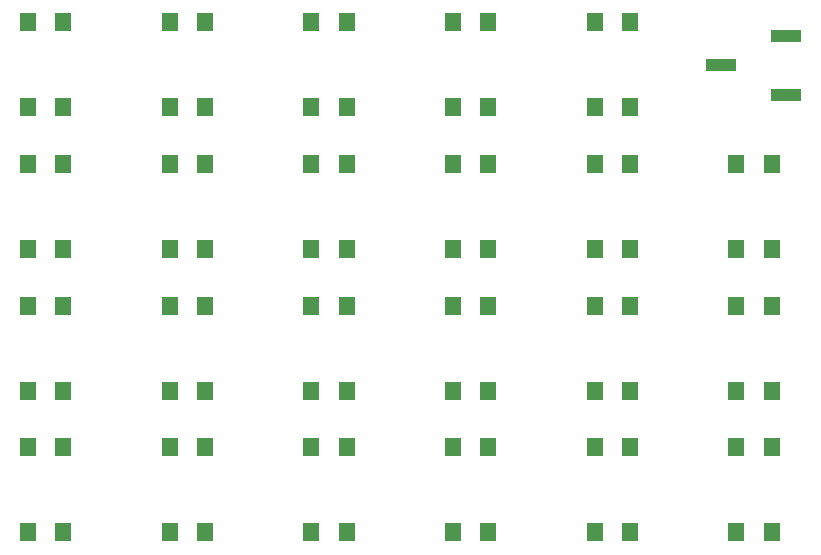
<source format=gtp>
%TF.GenerationSoftware,KiCad,Pcbnew,7.0.2*%
%TF.CreationDate,2023-05-25T16:14:32+02:00*%
%TF.ProjectId,kim-1-keypad,6b696d2d-312d-46b6-9579-7061642e6b69,rev?*%
%TF.SameCoordinates,Original*%
%TF.FileFunction,Paste,Top*%
%TF.FilePolarity,Positive*%
%FSLAX46Y46*%
G04 Gerber Fmt 4.6, Leading zero omitted, Abs format (unit mm)*
G04 Created by KiCad (PCBNEW 7.0.2) date 2023-05-25 16:14:32*
%MOMM*%
%LPD*%
G01*
G04 APERTURE LIST*
%ADD10R,1.400000X1.600000*%
%ADD11R,2.500000X1.000000*%
G04 APERTURE END LIST*
D10*
%TO.C,SW11*%
X126710000Y-100190000D03*
X126710000Y-107390000D03*
X123710000Y-100190000D03*
X123710000Y-107390000D03*
%TD*%
%TO.C,SW1*%
X102710000Y-76190000D03*
X102710000Y-83390000D03*
X99710000Y-76190000D03*
X99710000Y-83390000D03*
%TD*%
%TO.C,SW14*%
X138710000Y-88190000D03*
X138710000Y-95390000D03*
X135710000Y-88190000D03*
X135710000Y-95390000D03*
%TD*%
%TO.C,SW8*%
X114710000Y-112190000D03*
X114710000Y-119390000D03*
X111710000Y-112190000D03*
X111710000Y-119390000D03*
%TD*%
%TO.C,SW20*%
X162710000Y-88190000D03*
X162710000Y-95390000D03*
X159710000Y-88190000D03*
X159710000Y-95390000D03*
%TD*%
%TO.C,SW19*%
X150710000Y-112190000D03*
X150710000Y-119390000D03*
X147710000Y-112190000D03*
X147710000Y-119390000D03*
%TD*%
%TO.C,SW18*%
X150710000Y-88190000D03*
X150710000Y-95390000D03*
X147710000Y-88190000D03*
X147710000Y-95390000D03*
%TD*%
%TO.C,SW16*%
X138710000Y-112190000D03*
X138710000Y-119390000D03*
X135710000Y-112190000D03*
X135710000Y-119390000D03*
%TD*%
%TO.C,SW4*%
X102710000Y-112190000D03*
X102710000Y-119390000D03*
X99710000Y-112190000D03*
X99710000Y-119390000D03*
%TD*%
%TO.C,SW21*%
X150710000Y-100190000D03*
X150710000Y-107390000D03*
X147710000Y-100190000D03*
X147710000Y-107390000D03*
%TD*%
%TO.C,SW10*%
X126710000Y-88190000D03*
X126710000Y-95390000D03*
X123710000Y-88190000D03*
X123710000Y-95390000D03*
%TD*%
%TO.C,SW22*%
X162710000Y-100190000D03*
X162710000Y-107390000D03*
X159710000Y-100190000D03*
X159710000Y-107390000D03*
%TD*%
%TO.C,SW17*%
X150710000Y-76190000D03*
X150710000Y-83390000D03*
X147710000Y-76190000D03*
X147710000Y-83390000D03*
%TD*%
%TO.C,SW23*%
X162710000Y-112190000D03*
X162710000Y-119390000D03*
X159710000Y-112190000D03*
X159710000Y-119390000D03*
%TD*%
%TO.C,SW7*%
X114710000Y-100190000D03*
X114710000Y-107390000D03*
X111710000Y-100190000D03*
X111710000Y-107390000D03*
%TD*%
%TO.C,SW3*%
X102710000Y-100190000D03*
X102710000Y-107390000D03*
X99710000Y-100190000D03*
X99710000Y-107390000D03*
%TD*%
%TO.C,SW6*%
X114710000Y-88190000D03*
X114710000Y-95390000D03*
X111710000Y-88190000D03*
X111710000Y-95390000D03*
%TD*%
%TO.C,SW13*%
X138710000Y-76190000D03*
X138710000Y-83390000D03*
X135710000Y-76190000D03*
X135710000Y-83390000D03*
%TD*%
%TO.C,SW15*%
X138710000Y-100190000D03*
X138710000Y-107390000D03*
X135710000Y-100190000D03*
X135710000Y-107390000D03*
%TD*%
%TO.C,SW2*%
X102710000Y-88190000D03*
X102710000Y-95390000D03*
X99710000Y-88190000D03*
X99710000Y-95390000D03*
%TD*%
%TO.C,SW5*%
X114710000Y-76190000D03*
X114710000Y-83390000D03*
X111710000Y-76190000D03*
X111710000Y-83390000D03*
%TD*%
%TO.C,SW12*%
X126710000Y-112190000D03*
X126710000Y-119390000D03*
X123710000Y-112190000D03*
X123710000Y-119390000D03*
%TD*%
%TO.C,SW9*%
X126710000Y-76190000D03*
X126710000Y-83390000D03*
X123710000Y-76190000D03*
X123710000Y-83390000D03*
%TD*%
D11*
%TO.C,SW24*%
X163940000Y-82340000D03*
X158440000Y-79840000D03*
X163940000Y-77340000D03*
%TD*%
M02*

</source>
